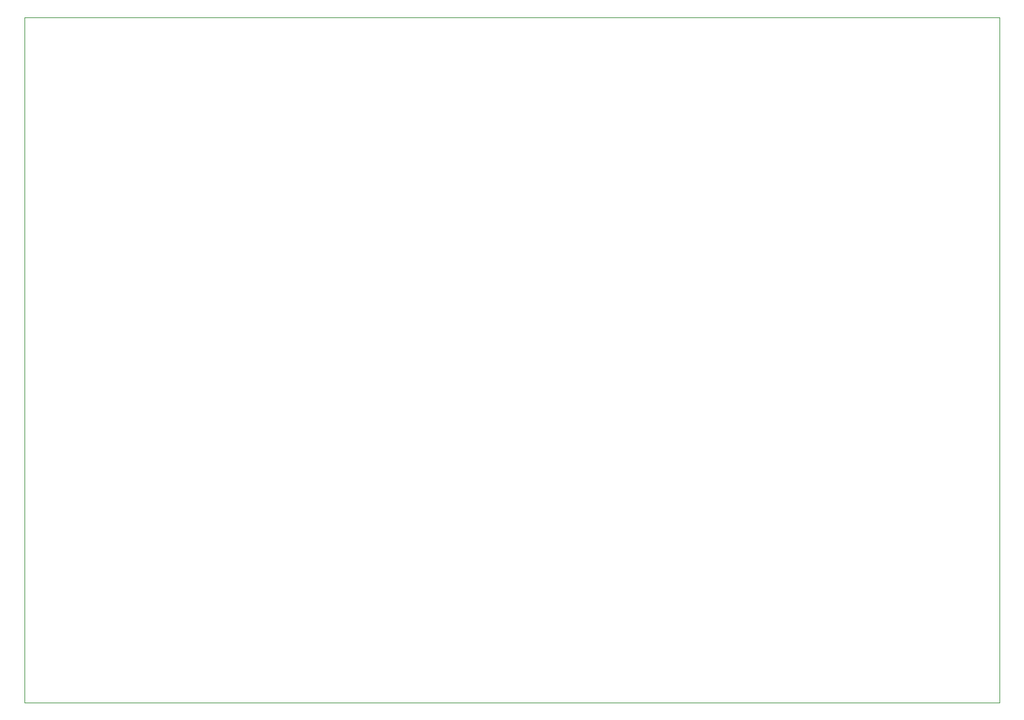
<source format=gm1>
G04 #@! TF.GenerationSoftware,KiCad,Pcbnew,(5.1.0)-1*
G04 #@! TF.CreationDate,2021-02-04T11:50:56-05:00*
G04 #@! TF.ProjectId,SpaceCenter_MainBoard_KiCAD,53706163-6543-4656-9e74-65725f4d6169,rev?*
G04 #@! TF.SameCoordinates,Original*
G04 #@! TF.FileFunction,Profile,NP*
%FSLAX46Y46*%
G04 Gerber Fmt 4.6, Leading zero omitted, Abs format (unit mm)*
G04 Created by KiCad (PCBNEW (5.1.0)-1) date 2021-02-04 11:50:56*
%MOMM*%
%LPD*%
G04 APERTURE LIST*
%ADD10C,0.050000*%
G04 APERTURE END LIST*
D10*
X112000000Y-129000000D02*
X112000000Y-39000000D01*
X240000000Y-129000000D02*
X112000000Y-129000000D01*
X240000000Y-39000000D02*
X240000000Y-129000000D01*
X112000000Y-39000000D02*
X240000000Y-39000000D01*
M02*

</source>
